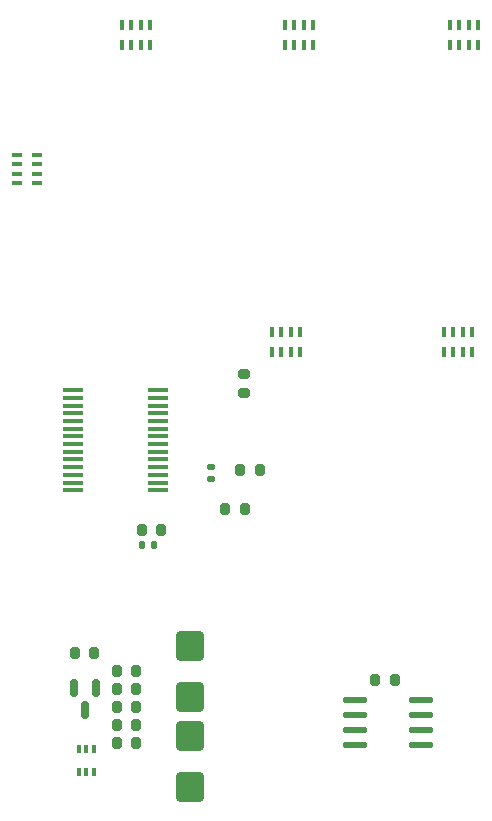
<source format=gtp>
G04 #@! TF.GenerationSoftware,KiCad,Pcbnew,8.0.9-8.0.9-0~ubuntu22.04.1*
G04 #@! TF.CreationDate,2025-03-11T20:39:27+01:00*
G04 #@! TF.ProjectId,BrakeOutBoard,4272616b-654f-4757-9442-6f6172642e6b,rev?*
G04 #@! TF.SameCoordinates,Original*
G04 #@! TF.FileFunction,Paste,Top*
G04 #@! TF.FilePolarity,Positive*
%FSLAX46Y46*%
G04 Gerber Fmt 4.6, Leading zero omitted, Abs format (unit mm)*
G04 Created by KiCad (PCBNEW 8.0.9-8.0.9-0~ubuntu22.04.1) date 2025-03-11 20:39:27*
%MOMM*%
%LPD*%
G01*
G04 APERTURE LIST*
G04 Aperture macros list*
%AMRoundRect*
0 Rectangle with rounded corners*
0 $1 Rounding radius*
0 $2 $3 $4 $5 $6 $7 $8 $9 X,Y pos of 4 corners*
0 Add a 4 corners polygon primitive as box body*
4,1,4,$2,$3,$4,$5,$6,$7,$8,$9,$2,$3,0*
0 Add four circle primitives for the rounded corners*
1,1,$1+$1,$2,$3*
1,1,$1+$1,$4,$5*
1,1,$1+$1,$6,$7*
1,1,$1+$1,$8,$9*
0 Add four rect primitives between the rounded corners*
20,1,$1+$1,$2,$3,$4,$5,0*
20,1,$1+$1,$4,$5,$6,$7,0*
20,1,$1+$1,$6,$7,$8,$9,0*
20,1,$1+$1,$8,$9,$2,$3,0*%
G04 Aperture macros list end*
%ADD10RoundRect,0.200000X0.200000X0.275000X-0.200000X0.275000X-0.200000X-0.275000X0.200000X-0.275000X0*%
%ADD11RoundRect,0.150000X-0.150000X0.590000X-0.150000X-0.590000X0.150000X-0.590000X0.150000X0.590000X0*%
%ADD12O,0.400000X0.900000*%
%ADD13RoundRect,0.100000X0.100000X-0.225000X0.100000X0.225000X-0.100000X0.225000X-0.100000X-0.225000X0*%
%ADD14RoundRect,0.200000X-0.200000X-0.275000X0.200000X-0.275000X0.200000X0.275000X-0.200000X0.275000X0*%
%ADD15O,0.900000X0.400000*%
%ADD16O,2.050000X0.590000*%
%ADD17RoundRect,0.140000X-0.140000X-0.170000X0.140000X-0.170000X0.140000X0.170000X-0.140000X0.170000X0*%
%ADD18RoundRect,0.250000X0.900000X-1.000000X0.900000X1.000000X-0.900000X1.000000X-0.900000X-1.000000X0*%
%ADD19RoundRect,0.200000X-0.275000X0.200000X-0.275000X-0.200000X0.275000X-0.200000X0.275000X0.200000X0*%
%ADD20RoundRect,0.140000X0.170000X-0.140000X0.170000X0.140000X-0.170000X0.140000X-0.170000X-0.140000X0*%
%ADD21R,1.750000X0.450000*%
G04 APERTURE END LIST*
D10*
X150547600Y-120043200D03*
X148907600Y-120043200D03*
D11*
X145031600Y-133403200D03*
X143131600Y-133403200D03*
X144081600Y-135283200D03*
D10*
X157601600Y-118265200D03*
X155961600Y-118265200D03*
D12*
X149599600Y-77253200D03*
X148799600Y-77253200D03*
X147999600Y-77253200D03*
X147199600Y-77253200D03*
X147199600Y-78953200D03*
X147999600Y-78953200D03*
X148799600Y-78953200D03*
X149599600Y-78953200D03*
X159899600Y-104953200D03*
X160699600Y-104953200D03*
X161499600Y-104953200D03*
X162299600Y-104953200D03*
X162299600Y-103253200D03*
X161499600Y-103253200D03*
X160699600Y-103253200D03*
X159899600Y-103253200D03*
D10*
X144843600Y-130457200D03*
X143203600Y-130457200D03*
D13*
X143543600Y-140485200D03*
X144193600Y-140485200D03*
X144843600Y-140485200D03*
X144843600Y-138585200D03*
X144193600Y-138585200D03*
X143543600Y-138585200D03*
D14*
X146759600Y-136553200D03*
X148399600Y-136553200D03*
D15*
X138317600Y-88255200D03*
X138317600Y-89055200D03*
X138317600Y-89855200D03*
X138317600Y-90655200D03*
X140017600Y-90655200D03*
X140017600Y-89855200D03*
X140017600Y-89055200D03*
X140017600Y-88255200D03*
D12*
X177355600Y-77253200D03*
X176555600Y-77253200D03*
X175755600Y-77253200D03*
X174955600Y-77253200D03*
X174955600Y-78953200D03*
X175755600Y-78953200D03*
X176555600Y-78953200D03*
X177355600Y-78953200D03*
D16*
X166965600Y-134389200D03*
X166965600Y-135659200D03*
X166965600Y-136939200D03*
X166965600Y-138209200D03*
X172505600Y-138209200D03*
X172505600Y-136939200D03*
X172505600Y-135659200D03*
X172505600Y-134389200D03*
D17*
X148907600Y-121313200D03*
X149907600Y-121313200D03*
D18*
X152971600Y-141751200D03*
X152971600Y-137451200D03*
D10*
X170301600Y-132743200D03*
X168661600Y-132743200D03*
D14*
X146759600Y-133505200D03*
X148399600Y-133505200D03*
X146759600Y-138077200D03*
X148399600Y-138077200D03*
X146759600Y-135029200D03*
X148399600Y-135029200D03*
D19*
X157543600Y-106777200D03*
X157543600Y-108417200D03*
D20*
X154749600Y-115725200D03*
X154749600Y-114725200D03*
D18*
X152971600Y-134131200D03*
X152971600Y-129831200D03*
D10*
X158871600Y-114963200D03*
X157231600Y-114963200D03*
D21*
X143021600Y-108198200D03*
X143021600Y-108848200D03*
X143021600Y-109498200D03*
X143021600Y-110148200D03*
X143021600Y-110798200D03*
X143021600Y-111448200D03*
X143021600Y-112098200D03*
X143021600Y-112748200D03*
X143021600Y-113398200D03*
X143021600Y-114048200D03*
X143021600Y-114698200D03*
X143021600Y-115348200D03*
X143021600Y-115998200D03*
X143021600Y-116648200D03*
X150221600Y-116648200D03*
X150221600Y-115998200D03*
X150221600Y-115348200D03*
X150221600Y-114698200D03*
X150221600Y-114048200D03*
X150221600Y-113398200D03*
X150221600Y-112748200D03*
X150221600Y-112098200D03*
X150221600Y-111448200D03*
X150221600Y-110798200D03*
X150221600Y-110148200D03*
X150221600Y-109498200D03*
X150221600Y-108848200D03*
X150221600Y-108198200D03*
D12*
X163385600Y-77253200D03*
X162585600Y-77253200D03*
X161785600Y-77253200D03*
X160985600Y-77253200D03*
X160985600Y-78953200D03*
X161785600Y-78953200D03*
X162585600Y-78953200D03*
X163385600Y-78953200D03*
X174447600Y-104953200D03*
X175247600Y-104953200D03*
X176047600Y-104953200D03*
X176847600Y-104953200D03*
X176847600Y-103253200D03*
X176047600Y-103253200D03*
X175247600Y-103253200D03*
X174447600Y-103253200D03*
D10*
X148399600Y-131981200D03*
X146759600Y-131981200D03*
M02*

</source>
